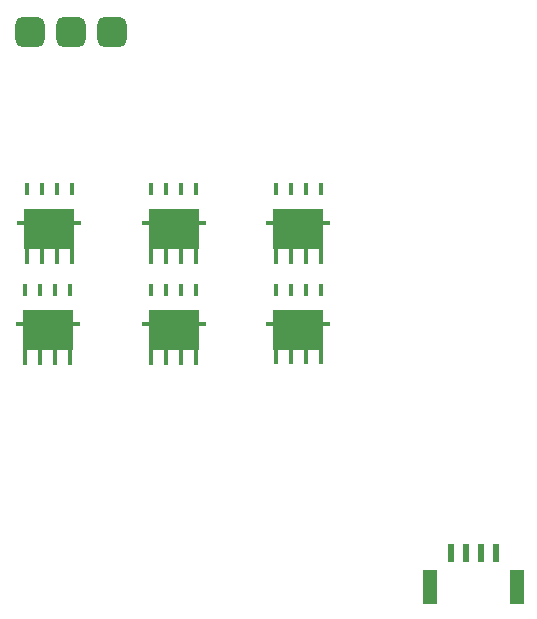
<source format=gbp>
G04*
G04 #@! TF.GenerationSoftware,Altium Limited,Altium Designer,21.2.2 (38)*
G04*
G04 Layer_Color=128*
%FSLAX25Y25*%
%MOIN*%
G70*
G04*
G04 #@! TF.SameCoordinates,8CF34D0F-3D0A-4A82-AD64-C49C04CB85B6*
G04*
G04*
G04 #@! TF.FilePolarity,Positive*
G04*
G01*
G75*
%ADD33R,0.01772X0.04331*%
%ADD34R,0.21654X0.01181*%
%ADD35R,0.01772X0.06299*%
%ADD36R,0.16732X0.13780*%
G04:AMPARAMS|DCode=80|XSize=100mil|YSize=98.43mil|CornerRadius=24.61mil|HoleSize=0mil|Usage=FLASHONLY|Rotation=270.000|XOffset=0mil|YOffset=0mil|HoleType=Round|Shape=RoundedRectangle|*
%AMROUNDEDRECTD80*
21,1,0.10000,0.04921,0,0,270.0*
21,1,0.05079,0.09843,0,0,270.0*
1,1,0.04921,-0.02461,-0.02539*
1,1,0.04921,-0.02461,0.02539*
1,1,0.04921,0.02461,0.02539*
1,1,0.04921,0.02461,-0.02539*
%
%ADD80ROUNDEDRECTD80*%
%ADD81R,0.04724X0.11811*%
%ADD82R,0.02362X0.05906*%
D33*
X388000Y367435D02*
D03*
X383000D02*
D03*
X378000D02*
D03*
X373000D02*
D03*
X388000Y333886D02*
D03*
X383000D02*
D03*
X378000D02*
D03*
X373000D02*
D03*
X346500Y367435D02*
D03*
X341500D02*
D03*
X336500D02*
D03*
X331500D02*
D03*
X346500Y333835D02*
D03*
X341500D02*
D03*
X336500D02*
D03*
X331500D02*
D03*
X304500D02*
D03*
X299500D02*
D03*
X294500D02*
D03*
X289500D02*
D03*
X305000Y367435D02*
D03*
X300000D02*
D03*
X295000D02*
D03*
X290000D02*
D03*
D34*
X380500Y356017D02*
D03*
X380500Y322468D02*
D03*
X339000Y356017D02*
D03*
Y322417D02*
D03*
X297000D02*
D03*
X297500Y356017D02*
D03*
D35*
X388000Y345584D02*
D03*
X383000D02*
D03*
X378000D02*
D03*
X373000D02*
D03*
X388000Y312035D02*
D03*
X383000D02*
D03*
X378000D02*
D03*
X373000D02*
D03*
X346500Y345584D02*
D03*
X341500D02*
D03*
X336500D02*
D03*
X331500D02*
D03*
X346500Y311984D02*
D03*
X341500D02*
D03*
X336500D02*
D03*
X331500D02*
D03*
X304500D02*
D03*
X299500D02*
D03*
X294500D02*
D03*
X289500D02*
D03*
X305000Y345584D02*
D03*
X300000D02*
D03*
X295000D02*
D03*
X290000D02*
D03*
D36*
X380500Y354049D02*
D03*
X380500Y320500D02*
D03*
X339000Y354049D02*
D03*
Y320449D02*
D03*
X297000D02*
D03*
X297500Y354049D02*
D03*
D80*
X318500Y420000D02*
D03*
X304720D02*
D03*
X290941D02*
D03*
D81*
X453500Y235000D02*
D03*
X424366D02*
D03*
D82*
X446315Y246024D02*
D03*
X441394D02*
D03*
X436472D02*
D03*
X431551D02*
D03*
M02*

</source>
